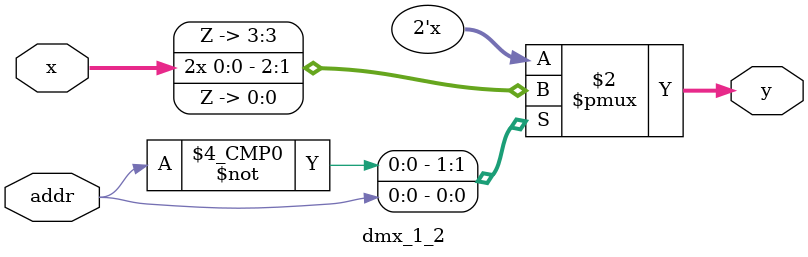
<source format=v>
module dmx_1_2 ( input addr, input x, output reg [1:0] y );

always @(*) case(addr) 1'd0: y = {1'bz, x}; 1'd1: y = {x, 1'bz}; default : y = 2'bzz; endcase

endmodule
</source>
